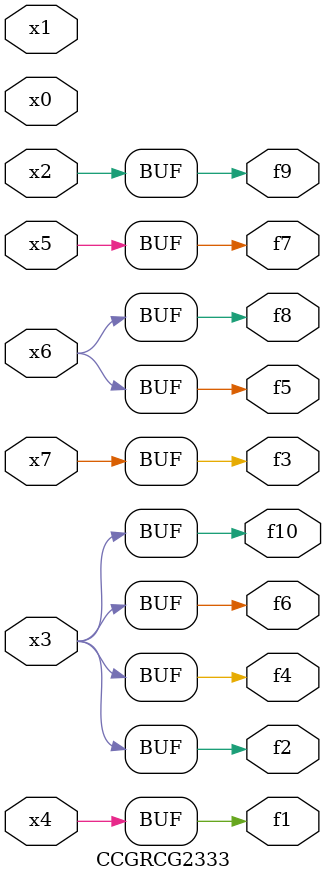
<source format=v>
module CCGRCG2333(
	input x0, x1, x2, x3, x4, x5, x6, x7,
	output f1, f2, f3, f4, f5, f6, f7, f8, f9, f10
);
	assign f1 = x4;
	assign f2 = x3;
	assign f3 = x7;
	assign f4 = x3;
	assign f5 = x6;
	assign f6 = x3;
	assign f7 = x5;
	assign f8 = x6;
	assign f9 = x2;
	assign f10 = x3;
endmodule

</source>
